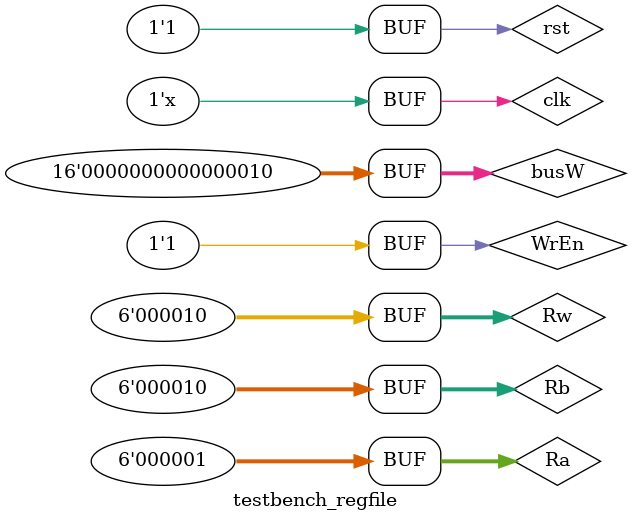
<source format=v>
`timescale 1ns / 1ps


module testbench_regfile;
  reg rst;
  reg clk;
  reg [5:0] Ra;
  reg [5:0] Rb;
  reg [5:0] Rw;
  reg WrEn;
  reg [15:0] busW;
  wire [15:0] busA;
  wire [15:0] busB;
  
  reg_file uut(rst, clk, Ra, Rb, Rw, WrEn, busW, busA, busB);
  
  initial begin
    clk = 0;
    rst = 1;
    Ra = 0;
    Rb = 0;
    WrEn = 0;
    #10;
    rst = 0;
    
    // write in addr 1 and 31
    WrEn = 1;
    Rw = 1;
    busW = 1;
    #10;
    Rw = 31;
    busW = 31;
    #10;
    
    // test read
    Ra = 1;
    Rb = 31;
    WrEn = 0;
    #10;
    
    // test concurrent read/write
    Ra = 1;
    Rb = 2;
    WrEn = 1;
    Rw = 2;
    busW = 2;
    #10;
    
    // test write persistence
    WrEn = 0;
    #10;
    
    // RST highest priority
    rst = 1;
    WrEn = 1;
    // ... expect everything to zed-out
    
  end
  always begin
    clk = ~clk;
    #5;
  end
endmodule

</source>
